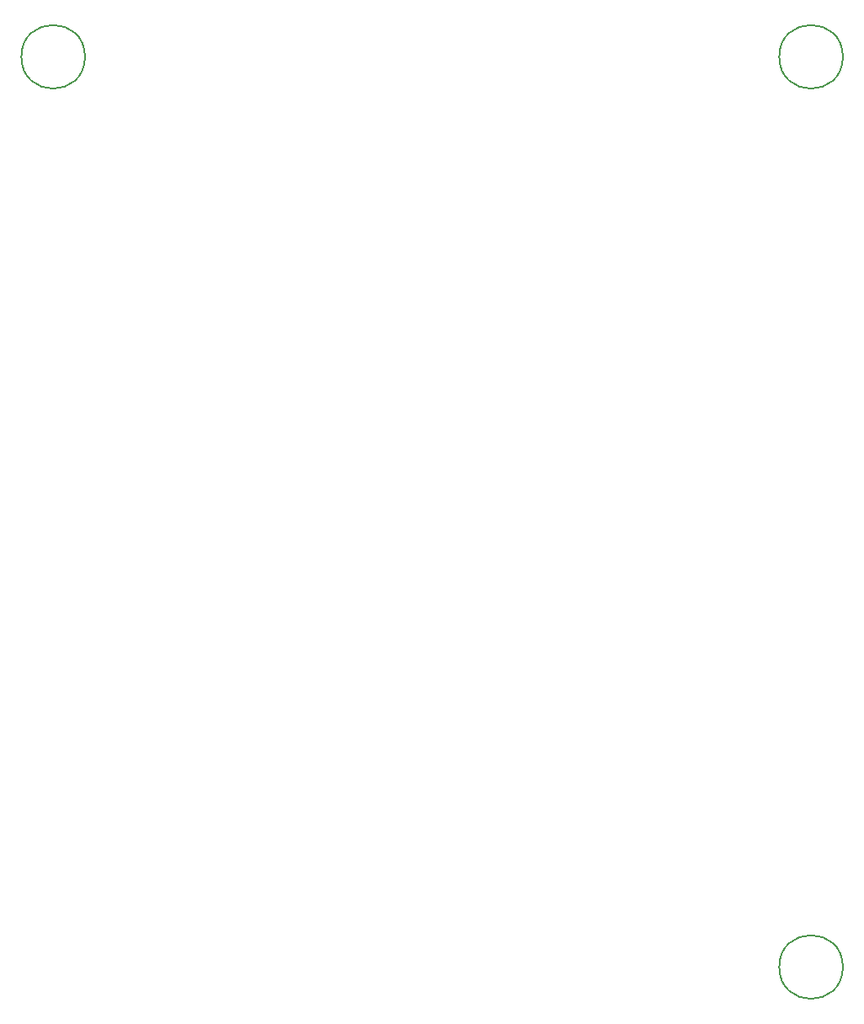
<source format=gbr>
%TF.GenerationSoftware,KiCad,Pcbnew,8.0.3-8.0.3-0~ubuntu22.04.1*%
%TF.CreationDate,2024-08-08T09:54:03+03:00*%
%TF.ProjectId,PM-RQ8,504d2d52-5138-42e6-9b69-6361645f7063,rev?*%
%TF.SameCoordinates,Original*%
%TF.FileFunction,Other,Comment*%
%FSLAX46Y46*%
G04 Gerber Fmt 4.6, Leading zero omitted, Abs format (unit mm)*
G04 Created by KiCad (PCBNEW 8.0.3-8.0.3-0~ubuntu22.04.1) date 2024-08-08 09:54:03*
%MOMM*%
%LPD*%
G01*
G04 APERTURE LIST*
%ADD10C,0.150000*%
G04 APERTURE END LIST*
D10*
%TO.C,H3*%
X98450000Y-95250000D02*
G75*
G02*
X92050000Y-95250000I-3200000J0D01*
G01*
X92050000Y-95250000D02*
G75*
G02*
X98450000Y-95250000I3200000J0D01*
G01*
%TO.C,H1*%
X22250000Y-3810000D02*
G75*
G02*
X15850000Y-3810000I-3200000J0D01*
G01*
X15850000Y-3810000D02*
G75*
G02*
X22250000Y-3810000I3200000J0D01*
G01*
%TO.C,H2*%
X98450000Y-3810000D02*
G75*
G02*
X92050000Y-3810000I-3200000J0D01*
G01*
X92050000Y-3810000D02*
G75*
G02*
X98450000Y-3810000I3200000J0D01*
G01*
%TD*%
M02*

</source>
